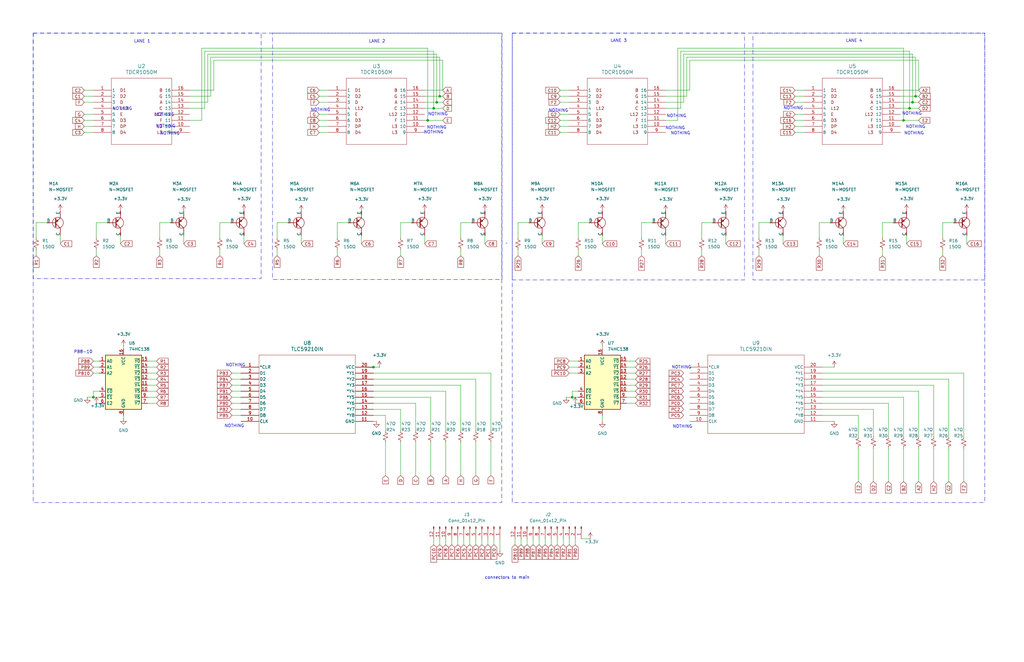
<source format=kicad_sch>
(kicad_sch (version 20231120) (generator "eeschema") (generator_version "8.0")
  (paper "B")
  (title_block (title "TIME_DISPLAYS") (date "2025-05-01"))
  (junction (at 384.81 43.18))
  (junction (at 184.15 43.18))
  (junction (at 180.34 50.8))
  (junction (at 381 50.8))
  (junction (at 241.3 167.64))
  (junction (at 39.37 167.64))
  (junction (at 157.48 154.94))
  (junction (at 386.08 40.64))
  (junction (at 182.88 45.72))
  (junction (at 383.54 45.72))
  (junction (at 185.42 40.64))
  (wire (pts (xy 184.15 22.86) (xy 184.15 43.18)))
  (wire (pts (xy 346.71 162.56) (xy 393.7 162.56)))
  (wire (pts (xy 185.42 40.64) (xy 186.69 40.64)))
  (wire (pts (xy 179.07 38.1) (xy 186.69 38.1)))
  (wire (pts (xy 204.47 99.06) (xy 204.47 102.87)))
  (wire (pts (xy 193.04 227.33) (xy 193.04 229.87)))
  (wire (pts (xy 200.66 227.33) (xy 200.66 229.87)))
  (wire (pts (xy 243.84 93.98) (xy 243.84 100.33)))
  (wire (pts (xy 386.08 40.64) (xy 387.35 40.64)))
  (wire (pts (xy 168.91 93.98) (xy 168.91 100.33)))
  (wire (pts (xy 407.67 99.06) (xy 407.67 102.87)))
  (wire (pts (xy 227.33 227.33) (xy 227.33 229.87)))
  (wire (pts (xy 175.26 170.18) (xy 157.48 170.18)))
  (wire (pts (xy 90.17 25.4) (xy 90.17 38.1)))
  (wire (pts (xy 241.3 165.1) (xy 241.3 167.64)))
  (wire (pts (xy 300.99 93.98) (xy 295.91 93.98)))
  (wire (pts (xy 400.05 203.2) (xy 400.05 189.23)))
  (wire (pts (xy 40.64 170.18) (xy 41.91 170.18)))
  (wire (pts (xy 157.48 154.94) (xy 160.02 154.94)))
  (wire (pts (xy 87.63 43.18) (xy 87.63 22.86)))
  (wire (pts (xy 384.81 22.86) (xy 384.81 43.18)))
  (wire (pts (xy 207.01 157.48) (xy 157.48 157.48)))
  (wire (pts (xy 222.25 227.33) (xy 222.25 229.87)))
  (wire (pts (xy 80.01 45.72) (xy 86.36 45.72)))
  (wire (pts (xy 168.91 107.95) (xy 168.91 105.41)))
  (wire (pts (xy 335.28 48.26) (xy 339.09 48.26)))
  (wire (pts (xy 194.31 200.66) (xy 194.31 186.69)))
  (wire (pts (xy 393.7 203.2) (xy 393.7 189.23)))
  (wire (pts (xy 368.3 189.23) (xy 368.3 203.2)))
  (wire (pts (xy 345.44 93.98) (xy 345.44 100.33)))
  (wire (pts (xy 254 99.06) (xy 254 102.87)))
  (wire (pts (xy 35.56 53.34) (xy 39.37 53.34)))
  (wire (pts (xy 381 50.8) (xy 387.35 50.8)))
  (wire (pts (xy 168.91 186.69) (xy 168.91 200.66)))
  (wire (pts (xy 288.29 22.86) (xy 384.81 22.86)))
  (wire (pts (xy 185.42 24.13) (xy 185.42 40.64)))
  (wire (pts (xy 236.22 55.88) (xy 240.03 55.88)))
  (wire (pts (xy 52.07 146.05) (xy 52.07 147.32)))
  (wire (pts (xy 397.51 107.95) (xy 397.51 105.41)))
  (wire (pts (xy 236.22 53.34) (xy 240.03 53.34)))
  (wire (pts (xy 175.26 181.61) (xy 175.26 170.18)))
  (wire (pts (xy 406.4 157.48) (xy 406.4 184.15)))
  (wire (pts (xy 236.22 40.64) (xy 240.03 40.64)))
  (wire (pts (xy 35.56 40.64) (xy 39.37 40.64)))
  (wire (pts (xy 97.79 162.56) (xy 101.6 162.56)))
  (wire (pts (xy 382.27 99.06) (xy 382.27 102.87)))
  (wire (pts (xy 134.62 38.1) (xy 138.43 38.1)))
  (wire (pts (xy 368.3 172.72) (xy 368.3 184.15)))
  (wire (pts (xy 134.62 40.64) (xy 138.43 40.64)))
  (wire (pts (xy 153.67 154.94) (xy 157.48 154.94)))
  (wire (pts (xy 97.79 160.02) (xy 101.6 160.02)))
  (wire (pts (xy 40.64 107.95) (xy 40.64 105.41)))
  (wire (pts (xy 15.24 93.98) (xy 15.24 100.33)))
  (wire (pts (xy 182.88 227.33) (xy 182.88 229.87)))
  (wire (pts (xy 97.79 93.98) (xy 92.71 93.98)))
  (wire (pts (xy 200.66 200.66) (xy 200.66 186.69)))
  (wire (pts (xy 377.19 93.98) (xy 372.11 93.98)))
  (wire (pts (xy 175.26 200.66) (xy 175.26 186.69)))
  (wire (pts (xy 223.52 93.98) (xy 218.44 93.98)))
  (wire (pts (xy 387.35 25.4) (xy 290.83 25.4)))
  (wire (pts (xy 97.79 165.1) (xy 101.6 165.1)))
  (wire (pts (xy 200.66 160.02) (xy 200.66 181.61)))
  (wire (pts (xy 351.79 177.8) (xy 346.71 177.8)))
  (wire (pts (xy 168.91 181.61) (xy 168.91 172.72)))
  (wire (pts (xy 381 20.32) (xy 381 50.8)))
  (wire (pts (xy 185.42 40.64) (xy 179.07 40.64)))
  (wire (pts (xy 295.91 107.95) (xy 295.91 105.41)))
  (wire (pts (xy 194.31 181.61) (xy 194.31 162.56)))
  (wire (pts (xy 345.44 107.95) (xy 345.44 105.41)))
  (wire (pts (xy 280.67 99.06) (xy 280.67 102.87)))
  (wire (pts (xy 386.08 24.13) (xy 386.08 40.64)))
  (wire (pts (xy 97.79 167.64) (xy 101.6 167.64)))
  (wire (pts (xy 218.44 107.95) (xy 218.44 105.41)))
  (wire (pts (xy 25.4 99.06) (xy 25.4 102.87)))
  (wire (pts (xy 80.01 40.64) (xy 88.9 40.64)))
  (wire (pts (xy 134.62 53.34) (xy 138.43 53.34)))
  (wire (pts (xy 267.97 167.64) (xy 264.16 167.64)))
  (wire (pts (xy 238.76 167.64) (xy 241.3 167.64)))
  (wire (pts (xy 267.97 160.02) (xy 264.16 160.02)))
  (wire (pts (xy 207.01 186.69) (xy 207.01 200.66)))
  (wire (pts (xy 267.97 170.18) (xy 264.16 170.18)))
  (wire (pts (xy 116.84 93.98) (xy 116.84 100.33)))
  (wire (pts (xy 181.61 181.61) (xy 181.61 167.64)))
  (wire (pts (xy 168.91 172.72) (xy 157.48 172.72)))
  (wire (pts (xy 162.56 175.26) (xy 157.48 175.26)))
  (wire (pts (xy 86.36 45.72) (xy 86.36 21.59)))
  (wire (pts (xy 320.04 93.98) (xy 320.04 100.33)))
  (wire (pts (xy 35.56 43.18) (xy 39.37 43.18)))
  (wire (pts (xy 134.62 55.88) (xy 138.43 55.88)))
  (wire (pts (xy 236.22 38.1) (xy 240.03 38.1)))
  (wire (pts (xy 195.58 227.33) (xy 195.58 229.87)))
  (wire (pts (xy 182.88 45.72) (xy 179.07 45.72)))
  (wire (pts (xy 39.37 165.1) (xy 39.37 167.64)))
  (wire (pts (xy 374.65 170.18) (xy 374.65 184.15)))
  (wire (pts (xy 187.96 165.1) (xy 157.48 165.1)))
  (wire (pts (xy 280.67 40.64) (xy 289.56 40.64)))
  (wire (pts (xy 190.5 227.33) (xy 190.5 229.87)))
  (wire (pts (xy 335.28 38.1) (xy 339.09 38.1)))
  (wire (pts (xy 346.71 165.1) (xy 387.35 165.1)))
  (wire (pts (xy 181.61 167.64) (xy 157.48 167.64)))
  (wire (pts (xy 66.04 154.94) (xy 62.23 154.94)))
  (wire (pts (xy 267.97 162.56) (xy 264.16 162.56)))
  (wire (pts (xy 387.35 203.2) (xy 387.35 189.23)))
  (wire (pts (xy 346.71 172.72) (xy 368.3 172.72)))
  (wire (pts (xy 39.37 157.48) (xy 41.91 157.48)))
  (wire (pts (xy 134.62 43.18) (xy 138.43 43.18)))
  (wire (pts (xy 350.52 93.98) (xy 345.44 93.98)))
  (wire (pts (xy 217.17 227.33) (xy 217.17 229.87)))
  (wire (pts (xy 397.51 93.98) (xy 397.51 100.33)))
  (wire (pts (xy 267.97 154.94) (xy 264.16 154.94)))
  (wire (pts (xy 92.71 107.95) (xy 92.71 105.41)))
  (wire (pts (xy 361.95 189.23) (xy 361.95 203.2)))
  (wire (pts (xy 87.63 22.86) (xy 184.15 22.86)))
  (wire (pts (xy 267.97 152.4) (xy 264.16 152.4)))
  (wire (pts (xy 187.96 227.33) (xy 187.96 229.87)))
  (wire (pts (xy 241.3 167.64) (xy 243.84 167.64)))
  (wire (pts (xy 330.2 99.06) (xy 330.2 102.87)))
  (wire (pts (xy 234.95 227.33) (xy 234.95 229.87)))
  (wire (pts (xy 179.07 99.06) (xy 179.07 102.87)))
  (wire (pts (xy 35.56 48.26) (xy 39.37 48.26)))
  (wire (pts (xy 210.82 232.41) (xy 210.82 227.33)))
  (wire (pts (xy 384.81 43.18) (xy 379.73 43.18)))
  (wire (pts (xy 35.56 38.1) (xy 39.37 38.1)))
  (wire (pts (xy 383.54 21.59) (xy 383.54 45.72)))
  (wire (pts (xy 20.32 93.98) (xy 15.24 93.98)))
  (wire (pts (xy 285.75 20.32) (xy 381 20.32)))
  (wire (pts (xy 295.91 93.98) (xy 295.91 100.33)))
  (wire (pts (xy 372.11 93.98) (xy 372.11 100.33)))
  (wire (pts (xy 85.09 50.8) (xy 85.09 20.32)))
  (wire (pts (xy 66.04 162.56) (xy 62.23 162.56)))
  (wire (pts (xy 152.4 99.06) (xy 152.4 102.87)))
  (wire (pts (xy 80.01 43.18) (xy 87.63 43.18)))
  (wire (pts (xy 346.71 167.64) (xy 381 167.64)))
  (wire (pts (xy 66.04 165.1) (xy 62.23 165.1)))
  (wire (pts (xy 346.71 154.94) (xy 351.79 154.94)))
  (wire (pts (xy 198.12 227.33) (xy 198.12 229.87)))
  (wire (pts (xy 72.39 93.98) (xy 67.31 93.98)))
  (wire (pts (xy 240.03 154.94) (xy 243.84 154.94)))
  (wire (pts (xy 248.92 227.33) (xy 245.11 227.33)))
  (wire (pts (xy 287.02 45.72) (xy 287.02 21.59)))
  (wire (pts (xy 384.81 43.18) (xy 387.35 43.18)))
  (wire (pts (xy 335.28 53.34) (xy 339.09 53.34)))
  (wire (pts (xy 88.9 24.13) (xy 185.42 24.13)))
  (wire (pts (xy 372.11 107.95) (xy 372.11 105.41)))
  (wire (pts (xy 142.24 93.98) (xy 142.24 100.33)))
  (polyline (pts (xy 213.614 102.616) (xy 213.868 102.616)))
  (wire (pts (xy 355.6 99.06) (xy 355.6 102.87)))
  (wire (pts (xy 270.51 107.95) (xy 270.51 105.41)))
  (wire (pts (xy 267.97 157.48) (xy 264.16 157.48)))
  (wire (pts (xy 346.71 160.02) (xy 400.05 160.02)))
  (wire (pts (xy 88.9 40.64) (xy 88.9 24.13)))
  (wire (pts (xy 180.34 50.8) (xy 186.69 50.8)))
  (wire (pts (xy 85.09 20.32) (xy 180.34 20.32)))
  (wire (pts (xy 194.31 93.98) (xy 194.31 100.33)))
  (wire (pts (xy 66.04 160.02) (xy 62.23 160.02)))
  (wire (pts (xy 400.05 160.02) (xy 400.05 184.15)))
  (wire (pts (xy 67.31 93.98) (xy 67.31 100.33)))
  (wire (pts (xy 306.07 99.06) (xy 306.07 102.87)))
  (wire (pts (xy 270.51 93.98) (xy 270.51 100.33)))
  (wire (pts (xy 243.84 165.1) (xy 241.3 165.1)))
  (wire (pts (xy 229.87 227.33) (xy 229.87 229.87)))
  (wire (pts (xy 218.44 93.98) (xy 218.44 100.33)))
  (wire (pts (xy 335.28 50.8) (xy 339.09 50.8)))
  (wire (pts (xy 280.67 43.18) (xy 288.29 43.18)))
  (wire (pts (xy 186.69 25.4) (xy 186.69 38.1)))
  (wire (pts (xy 66.04 157.48) (xy 62.23 157.48)))
  (wire (pts (xy 39.37 154.94) (xy 41.91 154.94)))
  (wire (pts (xy 393.7 162.56) (xy 393.7 184.15)))
  (wire (pts (xy 173.99 93.98) (xy 168.91 93.98)))
  (wire (pts (xy 184.15 43.18) (xy 186.69 43.18)))
  (wire (pts (xy 39.37 152.4) (xy 41.91 152.4)))
  (wire (pts (xy 199.39 93.98) (xy 194.31 93.98)))
  (wire (pts (xy 86.36 21.59) (xy 182.88 21.59)))
  (wire (pts (xy 243.84 107.95) (xy 243.84 105.41)))
  (wire (pts (xy 116.84 107.95) (xy 116.84 105.41)))
  (wire (pts (xy 320.04 107.95) (xy 320.04 105.41)))
  (wire (pts (xy 180.34 20.32) (xy 180.34 50.8)))
  (wire (pts (xy 346.71 170.18) (xy 374.65 170.18)))
  (wire (pts (xy 102.87 99.06) (xy 102.87 102.87)))
  (wire (pts (xy 134.62 50.8) (xy 138.43 50.8)))
  (wire (pts (xy 275.59 93.98) (xy 270.51 93.98)))
  (wire (pts (xy 182.88 21.59) (xy 182.88 45.72)))
  (wire (pts (xy 346.71 157.48) (xy 406.4 157.48)))
  (wire (pts (xy 77.47 99.06) (xy 77.47 102.87)))
  (wire (pts (xy 254 177.8) (xy 254 175.26)))
  (wire (pts (xy 35.56 55.88) (xy 39.37 55.88)))
  (wire (pts (xy 142.24 107.95) (xy 142.24 105.41)))
  (wire (pts (xy 97.79 172.72) (xy 101.6 172.72)))
  (wire (pts (xy 285.75 50.8) (xy 285.75 20.32)))
  (wire (pts (xy 406.4 189.23) (xy 406.4 203.2)))
  (wire (pts (xy 52.07 176.53) (xy 52.07 175.26)))
  (wire (pts (xy 287.02 21.59) (xy 383.54 21.59)))
  (wire (pts (xy 66.04 152.4) (xy 62.23 152.4)))
  (wire (pts (xy 224.79 227.33) (xy 224.79 229.87)))
  (wire (pts (xy 361.95 175.26) (xy 361.95 184.15)))
  (wire (pts (xy 41.91 165.1) (xy 39.37 165.1)))
  (wire (pts (xy 237.49 227.33) (xy 237.49 229.87)))
  (wire (pts (xy 67.31 107.95) (xy 67.31 105.41)))
  (wire (pts (xy 50.8 99.06) (xy 50.8 102.87)))
  (wire (pts (xy 35.56 50.8) (xy 39.37 50.8)))
  (wire (pts (xy 379.73 38.1) (xy 387.35 38.1)))
  (wire (pts (xy 180.34 50.8) (xy 179.07 50.8)))
  (wire (pts (xy 181.61 200.66) (xy 181.61 186.69)))
  (wire (pts (xy 242.57 170.18) (xy 243.84 170.18)))
  (polyline (pts (xy 213.36 102.616) (xy 213.614 102.616)))
  (wire (pts (xy 288.29 43.18) (xy 288.29 22.86)))
  (wire (pts (xy 381 203.2) (xy 381 189.23)))
  (wire (pts (xy 290.83 25.4) (xy 290.83 38.1)))
  (wire (pts (xy 242.57 227.33) (xy 242.57 229.87)))
  (wire (pts (xy 162.56 181.61) (xy 162.56 175.26)))
  (wire (pts (xy 185.42 227.33) (xy 185.42 229.87)))
  (wire (pts (xy 386.08 40.64) (xy 379.73 40.64)))
  (wire (pts (xy 36.83 167.64) (xy 39.37 167.64)))
  (wire (pts (xy 184.15 43.18) (xy 179.07 43.18)))
  (wire (pts (xy 40.64 93.98) (xy 40.64 100.33)))
  (wire (pts (xy 186.69 25.4) (xy 90.17 25.4)))
  (wire (pts (xy 194.31 162.56) (xy 157.48 162.56)))
  (wire (pts (xy 381 50.8) (xy 379.73 50.8)))
  (wire (pts (xy 66.04 170.18) (xy 62.23 170.18)))
  (wire (pts (xy 97.79 170.18) (xy 101.6 170.18)))
  (wire (pts (xy 240.03 227.33) (xy 240.03 229.87)))
  (wire (pts (xy 66.04 167.64) (xy 62.23 167.64)))
  (wire (pts (xy 207.01 181.61) (xy 207.01 157.48)))
  (wire (pts (xy 90.17 38.1) (xy 80.01 38.1)))
  (wire (pts (xy 325.12 93.98) (xy 320.04 93.98)))
  (wire (pts (xy 187.96 200.66) (xy 187.96 186.69)))
  (wire (pts (xy 289.56 24.13) (xy 386.08 24.13)))
  (wire (pts (xy 240.03 152.4) (xy 243.84 152.4)))
  (wire (pts (xy 134.62 48.26) (xy 138.43 48.26)))
  (wire (pts (xy 147.32 93.98) (xy 142.24 93.98)))
  (wire (pts (xy 402.59 93.98) (xy 397.51 93.98)))
  (wire (pts (xy 203.2 227.33) (xy 203.2 229.87)))
  (wire (pts (xy 236.22 43.18) (xy 240.03 43.18)))
  (wire (pts (xy 92.71 93.98) (xy 92.71 100.33)))
  (wire (pts (xy 232.41 227.33) (xy 232.41 229.87)))
  (wire (pts (xy 208.28 227.33) (xy 208.28 229.87)))
  (wire (pts (xy 289.56 40.64) (xy 289.56 24.13)))
  (wire (pts (xy 280.67 45.72) (xy 287.02 45.72)))
  (wire (pts (xy 187.96 181.61) (xy 187.96 165.1)))
  (wire (pts (xy 157.48 160.02) (xy 200.66 160.02)))
  (wire (pts (xy 39.37 167.64) (xy 41.91 167.64)))
  (wire (pts (xy 228.6 99.06) (xy 228.6 102.87)))
  (wire (pts (xy 194.31 107.95) (xy 194.31 105.41)))
  (wire (pts (xy 162.56 186.69) (xy 162.56 200.66)))
  (wire (pts (xy 290.83 38.1) (xy 280.67 38.1)))
  (wire (pts (xy 387.35 165.1) (xy 387.35 184.15)))
  (wire (pts (xy 80.01 50.8) (xy 85.09 50.8)))
  (wire (pts (xy 236.22 50.8) (xy 240.03 50.8)))
  (wire (pts (xy 236.22 48.26) (xy 240.03 48.26)))
  (wire (pts (xy 205.74 227.33) (xy 205.74 229.87)))
  (wire (pts (xy 127 99.06) (xy 127 102.87)))
  (wire (pts (xy 158.75 177.8) (xy 157.48 177.8)))
  (wire (pts (xy 240.03 157.48) (xy 243.84 157.48)))
  (wire (pts (xy 381 167.64) (xy 381 184.15)))
  (wire (pts (xy 182.88 45.72) (xy 186.69 45.72)))
  (wire (pts (xy 219.71 227.33) (xy 219.71 229.87)))
  (wire (pts (xy 383.54 45.72) (xy 387.35 45.72)))
  (wire (pts (xy 248.92 93.98) (xy 243.84 93.98)))
  (wire (pts (xy 387.35 25.4) (xy 387.35 38.1)))
  (wire (pts (xy 280.67 50.8) (xy 285.75 50.8)))
  (wire (pts (xy 335.28 40.64) (xy 339.09 40.64)))
  (wire (pts (xy 267.97 165.1) (xy 264.16 165.1)))
  (wire (pts (xy 335.28 55.88) (xy 339.09 55.88)))
  (wire (pts (xy 121.92 93.98) (xy 116.84 93.98)))
  (wire (pts (xy 383.54 45.72) (xy 379.73 45.72)))
  (wire (pts (xy 254 146.05) (xy 254 147.32)))
  (wire (pts (xy 15.24 107.95) (xy 15.24 105.41)))
  (wire (pts (xy 346.71 175.26) (xy 361.95 175.26)))
  (wire (pts (xy 45.72 93.98) (xy 40.64 93.98)))
  (wire (pts (xy 97.79 157.48) (xy 101.6 157.48)))
  (wire (pts (xy 374.65 203.2) (xy 374.65 189.23)))
  (wire (pts (xy 97.79 175.26) (xy 101.6 175.26)))
  (wire (pts (xy 335.28 43.18) (xy 339.09 43.18)))
  (rectangle (start 215.9772 13.97) (end 313.944 118.11) (stroke (width 0) (type dash_dot)))
  (rectangle (start 215.9772 13.97) (end 415.2405 212.09) (stroke (width 0) (type dash_dot)))
  (rectangle (start 13.97 13.97) (end 211.5795 212.09) (stroke (width 0) (type dash_dot)))
  (rectangle (start 317.5 13.97) (end 415.29 118.11) (stroke (width 0) (type dash_dot)))
  (rectangle (start 13.9808 13.9698) (end 110.0986 117.6019) (stroke (width 0) (type dash_dot)))
  (rectangle (start 114.913 13.97) (end 211.687 117.9591) (stroke (width 0) (type dash_dot)))
  (text "NOTHING" (at 184.658 48.26 0) (effects (font (size 1.27 1.27))))
  (text "NOTHING" (at 384.556 48.006 0) (effects (font (size 1.27 1.27))))
  (text "LANE 1" (at 59.944 17.526 0) (effects (font (size 1.27 1.27))))
  (text "NOTHING" (at 71.628 56.388 0) (effects (font (size 1.27 1.27))))
  (text "LANE 2" (at 159.004 17.526 0) (effects (font (size 1.27 1.27))))
  (text "LANE 3" (at 260.858 17.272 0) (effects (font (size 1.27 1.27))))
  (text "NOTHING" (at 69.85 53.34 0) (effects (font (size 1.27 1.27))))
  (text "NOTHING" (at 51.562 45.974 0) (effects (font (size 1.27 1.27))))
  (text "NOTHING" (at 334.518 45.72 0) (effects (font (size 1.27 1.27))))
  (text "NOTHING" (at 287.782 180.086 0) (effects (font (size 1.27 1.27))))
  (text "NOTHING" (at 386.08 53.594 0) (effects (font (size 1.27 1.27))))
  (text "NOTHING" (at 284.734 54.102 0) (effects (font (size 1.27 1.27))))
  (text "NOTHING" (at 135.128 46.482 0) (effects (font (size 1.27 1.27))))
  (text "NOTHING" (at 287.3967 155.081 0) (effects (font (size 1.27 1.27))))
  (text "NOTHING" (at 286.9407 56.2901 0) (effects (font (size 1.27 1.27))))
  (text "NOTHING" (at 385.4277 56.2901 0) (effects (font (size 1.27 1.27))))
  (text "NOTHING" (at 69.342 48.514 0) (effects (font (size 1.27 1.27))))
  (text "NOTHING" (at 182.88 55.88 0) (effects (font (size 1.27 1.27))))
  (text "NOTHING" (at 184.15 53.848 0) (effects (font (size 1.27 1.27))))
  (text "connectors to main" (at 213.868 243.84 0) (effects (font (size 1.27 1.27))))
  (text "PB8-10\n" (at 35.052 148.59 0) (effects (font (size 1.27 1.27))))
  (text "NOTHING" (at 285.242 49.022 0) (effects (font (size 1.27 1.27))))
  (text "NOTHING\n" (at 98.806 179.832 0) (effects (font (size 1.27 1.27))))
  (text "NOTHING" (at 235.458 46.736 0) (effects (font (size 1.27 1.27))))
  (text "LANE 4" (at 360.172 17.272 0) (effects (font (size 1.27 1.27))))
  (text "NOTHING\n" (at 99.314 154.178 0) (effects (font (size 1.27 1.27))))
  (global_label "R6" (shape input) (at 142.24 107.95 270) (property "Intersheetrefs" "${INTERSHEET_REFS}" (effects (hide yes))))
  (global_label "PB1" (shape input) (at 240.03 229.87 270) (property "Intersheetrefs" "${INTERSHEET_REFS}" (effects (hide yes))))
  (global_label "C10" (shape input) (at 254 102.87 0) (property "Intersheetrefs" "${INTERSHEET_REFS}" (effects (hide yes))))
  (global_label "G2" (shape input) (at 335.28 48.26 180) (property "Intersheetrefs" "${INTERSHEET_REFS}" (effects (hide yes))))
  (global_label "F" (shape input) (at 35.56 43.18 180) (property "Intersheetrefs" "${INTERSHEET_REFS}" (effects (hide yes))))
  (global_label "R1" (shape input) (at 66.04 152.4 0) (property "Intersheetrefs" "${INTERSHEET_REFS}" (effects (hide yes))))
  (global_label "PB6" (shape input) (at 97.79 167.64 180) (property "Intersheetrefs" "${INTERSHEET_REFS}" (effects (hide yes))))
  (global_label "PC8" (shape input) (at 240.03 152.4 180) (property "Intersheetrefs" "${INTERSHEET_REFS}" (effects (hide yes))))
  (global_label "PB8" (shape input) (at 222.25 229.87 270) (property "Intersheetrefs" "${INTERSHEET_REFS}" (effects (hide yes))))
  (global_label "C14" (shape input) (at 355.6 102.87 0) (property "Intersheetrefs" "${INTERSHEET_REFS}" (effects (hide yes))))
  (global_label "H2" (shape input) (at 335.28 53.34 180) (property "Intersheetrefs" "${INTERSHEET_REFS}" (effects (hide yes))))
  (global_label "PC3" (shape input) (at 288.29 157.48 180) (property "Intersheetrefs" "${INTERSHEET_REFS}" (effects (hide yes))))
  (global_label "R30" (shape input) (at 345.44 107.95 270) (property "Intersheetrefs" "${INTERSHEET_REFS}" (effects (hide yes))))
  (global_label "F" (shape input) (at 134.62 43.18 180) (property "Intersheetrefs" "${INTERSHEET_REFS}" (effects (hide yes))))
  (global_label "C2" (shape input) (at 35.56 38.1 180) (property "Intersheetrefs" "${INTERSHEET_REFS}" (effects (hide yes))))
  (global_label "R25" (shape input) (at 267.97 152.4 0) (property "Intersheetrefs" "${INTERSHEET_REFS}" (effects (hide yes))))
  (global_label "PC7" (shape input) (at 288.29 162.56 180) (property "Intersheetrefs" "${INTERSHEET_REFS}" (effects (hide yes))))
  (global_label "B2" (shape input) (at 387.35 40.64 0) (property "Intersheetrefs" "${INTERSHEET_REFS}" (effects (hide yes))))
  (global_label "PB5" (shape input) (at 97.79 175.26 180) (property "Intersheetrefs" "${INTERSHEET_REFS}" (effects (hide yes))))
  (global_label "PC4" (shape input) (at 198.12 229.87 270) (property "Intersheetrefs" "${INTERSHEET_REFS}" (effects (hide yes))))
  (global_label "H" (shape input) (at 134.62 53.34 180) (property "Intersheetrefs" "${INTERSHEET_REFS}" (effects (hide yes))))
  (global_label "R32" (shape input) (at 267.97 170.18 0) (property "Intersheetrefs" "${INTERSHEET_REFS}" (effects (hide yes))))
  (global_label "PC2" (shape input) (at 203.2 229.87 270) (property "Intersheetrefs" "${INTERSHEET_REFS}" (effects (hide yes))))
  (global_label "PC6" (shape input) (at 193.04 229.87 270) (property "Intersheetrefs" "${INTERSHEET_REFS}" (effects (hide yes))))
  (global_label "PB7" (shape input) (at 97.79 162.56 180) (property "Intersheetrefs" "${INTERSHEET_REFS}" (effects (hide yes))))
  (global_label "R25" (shape input) (at 218.44 107.95 270) (property "Intersheetrefs" "${INTERSHEET_REFS}" (effects (hide yes))))
  (global_label "PC9" (shape input) (at 185.42 229.87 270) (property "Intersheetrefs" "${INTERSHEET_REFS}" (effects (hide yes))))
  (global_label "PC2" (shape input) (at 288.29 172.72 180) (property "Intersheetrefs" "${INTERSHEET_REFS}" (effects (hide yes))))
  (global_label "R1" (shape input) (at 15.24 107.95 270) (property "Intersheetrefs" "${INTERSHEET_REFS}" (effects (hide yes))))
  (global_label "C8" (shape input) (at 204.47 102.87 0) (property "Intersheetrefs" "${INTERSHEET_REFS}" (effects (hide yes))))
  (global_label "PC4" (shape input) (at 288.29 160.02 180) (property "Intersheetrefs" "${INTERSHEET_REFS}" (effects (hide yes))))
  (global_label "PB10" (shape input) (at 217.17 229.87 270) (property "Intersheetrefs" "${INTERSHEET_REFS}" (effects (hide yes))))
  (global_label "PB0" (shape input) (at 97.79 170.18 180) (property "Intersheetrefs" "${INTERSHEET_REFS}" (effects (hide yes))))
  (global_label "C2" (shape input) (at 374.65 203.2 270) (property "Intersheetrefs" "${INTERSHEET_REFS}" (effects (hide yes))))
  (global_label "E2" (shape input) (at 361.95 203.2 270) (property "Intersheetrefs" "${INTERSHEET_REFS}" (effects (hide yes))))
  (global_label "PB9" (shape input) (at 219.71 229.87 270) (property "Intersheetrefs" "${INTERSHEET_REFS}" (effects (hide yes))))
  (global_label "PB4" (shape input) (at 232.41 229.87 270) (property "Intersheetrefs" "${INTERSHEET_REFS}" (effects (hide yes))))
  (global_label "C6" (shape input) (at 134.62 38.1 180) (property "Intersheetrefs" "${INTERSHEET_REFS}" (effects (hide yes))))
  (global_label "C2" (shape input) (at 387.35 43.18 0) (property "Intersheetrefs" "${INTERSHEET_REFS}" (effects (hide yes))))
  (global_label "B" (shape input) (at 186.69 40.64 0) (property "Intersheetrefs" "${INTERSHEET_REFS}" (effects (hide yes))))
  (global_label "PC9" (shape input) (at 240.03 154.94 180) (property "Intersheetrefs" "${INTERSHEET_REFS}" (effects (hide yes))))
  (global_label "C5" (shape input) (at 134.62 40.64 180) (property "Intersheetrefs" "${INTERSHEET_REFS}" (effects (hide yes))))
  (global_label "C12" (shape input) (at 306.07 102.87 0) (property "Intersheetrefs" "${INTERSHEET_REFS}" (effects (hide yes))))
  (global_label "PB7" (shape input) (at 224.79 229.87 270) (property "Intersheetrefs" "${INTERSHEET_REFS}" (effects (hide yes))))
  (global_label "PB4" (shape input) (at 97.79 160.02 180) (property "Intersheetrefs" "${INTERSHEET_REFS}" (effects (hide yes))))
  (global_label "R4" (shape input) (at 66.04 160.02 0) (property "Intersheetrefs" "${INTERSHEET_REFS}" (effects (hide yes))))
  (global_label "R27" (shape input) (at 270.51 107.95 270) (property "Intersheetrefs" "${INTERSHEET_REFS}" (effects (hide yes))))
  (global_label "H" (shape input) (at 194.31 200.66 270) (property "Intersheetrefs" "${INTERSHEET_REFS}" (effects (hide yes))))
  (global_label "PC8" (shape input) (at 187.96 229.87 270) (property "Intersheetrefs" "${INTERSHEET_REFS}" (effects (hide yes))))
  (global_label "R30" (shape input) (at 267.97 165.1 0) (property "Intersheetrefs" "${INTERSHEET_REFS}" (effects (hide yes))))
  (global_label "R32" (shape input) (at 397.51 107.95 270) (property "Intersheetrefs" "${INTERSHEET_REFS}" (effects (hide yes))))
  (global_label "F2" (shape input) (at 406.4 203.2 270) (property "Intersheetrefs" "${INTERSHEET_REFS}" (effects (hide yes))))
  (global_label "C15" (shape input) (at 382.27 102.87 0) (property "Intersheetrefs" "${INTERSHEET_REFS}" (effects (hide yes))))
  (global_label "A" (shape input) (at 186.69 38.1 0) (property "Intersheetrefs" "${INTERSHEET_REFS}" (effects (hide yes))))
  (global_label "D" (shape input) (at 186.69 45.72 0) (property "Intersheetrefs" "${INTERSHEET_REFS}" (effects (hide yes))))
  (global_label "C13" (shape input) (at 330.2 102.87 0) (property "Intersheetrefs" "${INTERSHEET_REFS}" (effects (hide yes))))
  (global_label "C8" (shape input) (at 134.62 50.8 180) (property "Intersheetrefs" "${INTERSHEET_REFS}" (effects (hide yes))))
  (global_label "C13" (shape input) (at 335.28 40.64 180) (property "Intersheetrefs" "${INTERSHEET_REFS}" (effects (hide yes))))
  (global_label "PC5" (shape input) (at 195.58 229.87 270) (property "Intersheetrefs" "${INTERSHEET_REFS}" (effects (hide yes))))
  (global_label "PC0" (shape input) (at 208.28 229.87 270) (property "Intersheetrefs" "${INTERSHEET_REFS}" (effects (hide yes))))
  (global_label "PC5" (shape input) (at 288.29 175.26 180) (property "Intersheetrefs" "${INTERSHEET_REFS}" (effects (hide yes))))
  (global_label "PB1" (shape input) (at 97.79 165.1 180) (property "Intersheetrefs" "${INTERSHEET_REFS}" (effects (hide yes))))
  (global_label "C1" (shape input) (at 35.56 40.64 180) (property "Intersheetrefs" "${INTERSHEET_REFS}" (effects (hide yes))))
  (global_label "PB3" (shape input) (at 234.95 229.87 270) (property "Intersheetrefs" "${INTERSHEET_REFS}" (effects (hide yes))))
  (global_label "C" (shape input) (at 175.26 200.66 270) (property "Intersheetrefs" "${INTERSHEET_REFS}" (effects (hide yes))))
  (global_label "R28" (shape input) (at 295.91 107.95 270) (property "Intersheetrefs" "${INTERSHEET_REFS}" (effects (hide yes))))
  (global_label "C6" (shape input) (at 152.4 102.87 0) (property "Intersheetrefs" "${INTERSHEET_REFS}" (effects (hide yes))))
  (global_label "H2" (shape input) (at 236.22 53.34 180) (property "Intersheetrefs" "${INTERSHEET_REFS}" (effects (hide yes))))
  (global_label "H" (shape input) (at 35.56 53.34 180) (property "Intersheetrefs" "${INTERSHEET_REFS}" (effects (hide yes))))
  (global_label "R8" (shape input) (at 194.31 107.95 270) (property "Intersheetrefs" "${INTERSHEET_REFS}" (effects (hide yes))))
  (global_label "C3" (shape input) (at 77.47 102.87 0) (property "Intersheetrefs" "${INTERSHEET_REFS}" (effects (hide yes))))
  (global_label "PC10" (shape input) (at 240.03 157.48 180) (property "Intersheetrefs" "${INTERSHEET_REFS}" (effects (hide yes))))
  (global_label "R27" (shape input) (at 267.97 157.48 0) (property "Intersheetrefs" "${INTERSHEET_REFS}" (effects (hide yes))))
  (global_label "C4" (shape input) (at 102.87 102.87 0) (property "Intersheetrefs" "${INTERSHEET_REFS}" (effects (hide yes))))
  (global_label "G2" (shape input) (at 400.05 203.2 270) (property "Intersheetrefs" "${INTERSHEET_REFS}" (effects (hide yes))))
  (global_label "C9" (shape input) (at 236.22 40.64 180) (property "Intersheetrefs" "${INTERSHEET_REFS}" (effects (hide yes))))
  (global_label "R7" (shape input) (at 66.04 167.64 0) (property "Intersheetrefs" "${INTERSHEET_REFS}" (effects (hide yes))))
  (global_label "B" (shape input) (at 181.61 200.66 270) (property "Intersheetrefs" "${INTERSHEET_REFS}" (effects (hide yes))))
  (global_label "D2" (shape input) (at 368.3 203.2 270) (property "Intersheetrefs" "${INTERSHEET_REFS}" (effects (hide yes))))
  (global_label "PC6" (shape input) (at 288.29 167.64 180) (property "Intersheetrefs" "${INTERSHEET_REFS}" (effects (hide yes))))
  (global_label "R5" (shape input) (at 66.04 162.56 0) (property "Intersheetrefs" "${INTERSHEET_REFS}" (effects (hide yes))))
  (global_label "C12" (shape input) (at 236.22 50.8 180) (property "Intersheetrefs" "${INTERSHEET_REFS}" (effects (hide yes))))
  (global_label "C7" (shape input) (at 179.07 102.87 0) (property "Intersheetrefs" "${INTERSHEET_REFS}" (effects (hide yes))))
  (global_label "PB9" (shape input) (at 39.37 154.94 180) (property "Intersheetrefs" "${INTERSHEET_REFS}" (effects (hide yes))))
  (global_label "E2" (shape input) (at 387.35 50.8 0) (property "Intersheetrefs" "${INTERSHEET_REFS}" (effects (hide yes))))
  (global_label "C3" (shape input) (at 35.56 55.88 180) (property "Intersheetrefs" "${INTERSHEET_REFS}" (effects (hide yes))))
  (global_label "C16" (shape input) (at 335.28 50.8 180) (property "Intersheetrefs" "${INTERSHEET_REFS}" (effects (hide yes))))
  (global_label "F2" (shape input) (at 236.22 43.18 180) (property "Intersheetrefs" "${INTERSHEET_REFS}" (effects (hide yes))))
  (global_label "R6" (shape input) (at 66.04 165.1 0) (property "Intersheetrefs" "${INTERSHEET_REFS}" (effects (hide yes))))
  (global_label "G" (shape input) (at 134.62 48.26 180) (property "Intersheetrefs" "${INTERSHEET_REFS}" (effects (hide yes))))
  (global_label "PC1" (shape input) (at 205.74 229.87 270) (property "Intersheetrefs" "${INTERSHEET_REFS}" (effects (hide yes))))
  (global_label "PC10" (shape input) (at 182.88 229.87 270) (property "Intersheetrefs" "${INTERSHEET_REFS}" (effects (hide yes))))
  (global_label "R31" (shape input) (at 372.11 107.95 270) (property "Intersheetrefs" "${INTERSHEET_REFS}" (effects (hide yes))))
  (global_label "C11" (shape input) (at 280.67 102.87 0) (property "Intersheetrefs" "${INTERSHEET_REFS}" (effects (hide yes))))
  (global_label "R3" (shape input) (at 67.31 107.95 270) (property "Intersheetrefs" "${INTERSHEET_REFS}" (effects (hide yes))))
  (global_label "G" (shape input) (at 200.66 200.66 270) (property "Intersheetrefs" "${INTERSHEET_REFS}" (effects (hide yes))))
  (global_label "R8" (shape input) (at 66.04 170.18 0) (property "Intersheetrefs" "${INTERSHEET_REFS}" (effects (hide yes))))
  (global_label "R26" (shape input) (at 243.84 107.95 270) (property "Intersheetrefs" "${INTERSHEET_REFS}" (effects (hide yes))))
  (global_label "A2" (shape input) (at 387.35 38.1 0) (property "Intersheetrefs" "${INTERSHEET_REFS}" (effects (hide yes))))
  (global_label "C15" (shape input) (at 335.28 55.88 180) (property "Intersheetrefs" "${INTERSHEET_REFS}" (effects (hide yes))))
  (global_label "C11" (shape input) (at 236.22 55.88 180) (property "Intersheetrefs" "${INTERSHEET_REFS}" (effects (hide yes))))
  (global_label "E" (shape input) (at 186.69 50.8 0) (property "Intersheetrefs" "${INTERSHEET_REFS}" (effects (hide yes))))
  (global_label "F2" (shape input) (at 335.28 43.18 180) (property "Intersheetrefs" "${INTERSHEET_REFS}" (effects (hide yes))))
  (global_label "R29" (shape input) (at 320.04 107.95 270) (property "Intersheetrefs" "${INTERSHEET_REFS}" (effects (hide yes))))
  (global_label "PB0" (shape input) (at 242.57 229.87 270) (property "Intersheetrefs" "${INTERSHEET_REFS}" (effects (hide yes))))
  (global_label "A" (shape input) (at 187.96 200.66 270) (property "Intersheetrefs" "${INTERSHEET_REFS}" (effects (hide yes))))
  (global_label "R2" (shape input) (at 66.04 154.94 0) (property "Intersheetrefs" "${INTERSHEET_REFS}" (effects (hide yes))))
  (global_label "PC0" (shape input) (at 288.29 170.18 180) (property "Intersheetrefs" "${INTERSHEET_REFS}" (effects (hide yes))))
  (global_label "D2" (shape input) (at 387.35 45.72 0) (property "Intersheetrefs" "${INTERSHEET_REFS}" (effects (hide yes))))
  (global_label "PB3" (shape input) (at 97.79 157.48 180) (property "Intersheetrefs" "${INTERSHEET_REFS}" (effects (hide yes))))
  (global_label "PB8" (shape input) (at 39.37 152.4 180) (property "Intersheetrefs" "${INTERSHEET_REFS}" (effects (hide yes))))
  (global_label "PB2" (shape input) (at 237.49 229.87 270) (property "Intersheetrefs" "${INTERSHEET_REFS}" (effects (hide yes))))
  (global_label "R7" (shape input) (at 168.91 107.95 270) (property "Intersheetrefs" "${INTERSHEET_REFS}" (effects (hide yes))))
  (global_label "R26" (shape input) (at 267.97 154.94 0) (property "Intersheetrefs" "${INTERSHEET_REFS}" (effects (hide yes))))
  (global_label "R4" (shape input) (at 92.71 107.95 270) (property "Intersheetrefs" "${INTERSHEET_REFS}" (effects (hide yes))))
  (global_label "F" (shape input) (at 207.01 200.66 270) (property "Intersheetrefs" "${INTERSHEET_REFS}" (effects (hide yes))))
  (global_label "R28" (shape input) (at 267.97 160.02 0) (property "Intersheetrefs" "${INTERSHEET_REFS}" (effects (hide yes))))
  (global_label "PB6" (shape input) (at 227.33 229.87 270) (property "Intersheetrefs" "${INTERSHEET_REFS}" (effects (hide yes))))
  (global_label "G" (shape input) (at 35.56 48.26 180) (property "Intersheetrefs" "${INTERSHEET_REFS}" (effects (hide yes))))
  (global_label "R3" (shape input) (at 66.04 157.48 0) (property "Intersheetrefs" "${INTERSHEET_REFS}" (effects (hide yes))))
  (global_label "R5" (shape input) (at 116.84 107.95 270) (property "Intersheetrefs" "${INTERSHEET_REFS}" (effects (hide yes))))
  (global_label "C14" (shape input) (at 335.28 38.1 180) (property "Intersheetrefs" "${INTERSHEET_REFS}" (effects (hide yes))))
  (global_label "C16" (shape input) (at 407.67 102.87 0) (property "Intersheetrefs" "${INTERSHEET_REFS}" (effects (hide yes))))
  (global_label "H2" (shape input) (at 393.7 203.2 270) (property "Intersheetrefs" "${INTERSHEET_REFS}" (effects (hide yes))))
  (global_label "C9" (shape input) (at 228.6 102.87 0) (property "Intersheetrefs" "${INTERSHEET_REFS}" (effects (hide yes))))
  (global_label "C5" (shape input) (at 127 102.87 0) (property "Intersheetrefs" "${INTERSHEET_REFS}" (effects (hide yes))))
  (global_label "G2" (shape input) (at 236.22 48.26 180) (property "Intersheetrefs" "${INTERSHEET_REFS}" (effects (hide yes))))
  (global_label "C10" (shape input) (at 236.22 38.1 180) (property "Intersheetrefs" "${INTERSHEET_REFS}" (effects (hide yes))))
  (global_label "C" (shape input) (at 186.69 43.18 0) (property "Intersheetrefs" "${INTERSHEET_REFS}" (effects (hide yes))))
  (global_label "C7" (shape input) (at 134.62 55.88 180) (property "Intersheetrefs" "${INTERSHEET_REFS}" (effects (hide yes))))
  (global_label "PC1" (shape input) (at 288.29 165.1 180) (property "Intersheetrefs" "${INTERSHEET_REFS}" (effects (hide yes))))
  (global_label "C4" (shape input) (at 35.56 50.8 180) (property "Intersheetrefs" "${INTERSHEET_REFS}" (effects (hide yes))))
  (global_label "D" (shape input) (at 168.91 200.66 270) (property "Intersheetrefs" "${INTERSHEET_REFS}" (effects (hide yes))))
  (global_label "R29" (shape input) (at 267.97 162.56 0) (property "Intersheetrefs" "${INTERSHEET_REFS}" (effects (hide yes))))
  (global_label "R31" (shape input) (at 267.97 167.64 0) (property "Intersheetrefs" "${INTERSHEET_REFS}" (effects (hide yes))))
  (global_label "A2" (shape input) (at 387.35 203.2 270) (property "Intersheetrefs" "${INTERSHEET_REFS}" (effects (hide yes))))
  (global_label "PC3" (shape input) (at 200.66 229.87 270) (property "Intersheetrefs" "${INTERSHEET_REFS}" (effects (hide yes))))
  (global_label "PB5" (shape input) (at 229.87 229.87 270) (property "Intersheetrefs" "${INTERSHEET_REFS}" (effects (hide yes))))
  (global_label "R2" (shape input) (at 40.64 107.95 270) (property "Intersheetrefs" "${INTERSHEET_REFS}" (effects (hide yes))))
  (global_label "PB2" (shape input) (at 97.79 172.72 180) (property "Intersheetrefs" "${INTERSHEET_REFS}" (effects (hide yes))))
  (global_label "E" (shape input) (at 162.56 200.66 270) (property "Intersheetrefs" "${INTERSHEET_REFS}" (effects (hide yes))))
  (global_label "PB10" (shape input) (at 39.37 157.48 180) (property "Intersheetrefs" "${INTERSHEET_REFS}" (effects (hide yes))))
  (global_label "C2" (shape input) (at 50.8 102.87 0) (property "Intersheetrefs" "${INTERSHEET_REFS}" (effects (hide yes))))
  (global_label "C1" (shape input) (at 25.4 102.87 0) (property "Intersheetrefs" "${INTERSHEET_REFS}" (effects (hide yes))))
  (global_label "PC7" (shape input) (at 190.5 229.87 270) (property "Intersheetrefs" "${INTERSHEET_REFS}" (effects (hide yes))))
  (global_label "B2" (shape input) (at 381 203.2 270) (property "Intersheetrefs" "${INTERSHEET_REFS}" (effects (hide yes))))
  (symbol (lib_id "Device:R_Small_US") (at 175.26 184.15 0) (unit 1)
    (property "Reference" "R22" (at 175.514 181.356 0) (effects (justify left)))
    (property "Value" "47Ω" (at 175.514 178.816 0) (effects (justify left)))
    (property "Description" "Resistor, small US symbol" (effects (hide yes)))
  )
  (symbol (lib_id "power:+3.3V") (at 280.69 89.1735 0) (unit 1)
    (property "Reference" "#PWR07" (effects (hide yes)))
    (property "Value" "+3.3V" (at 280.69 84.0935 0))
    (property "Description" "Power symbol creates a global label with name \"+3.3V\"" (effects (hide yes)))
  )
  (symbol (lib_id "Device:R_Small_US") (at 406.4 186.69 0) (mirror y) (unit 1)
    (property "Reference" "R25" (at 406.146 183.896 0) (effects (justify left)))
    (property "Value" "47Ω" (at 406.146 181.356 0) (effects (justify left)))
    (property "Description" "Resistor, small US symbol" (effects (hide yes)))
  )
  (symbol (lib_id "power:+3.3V") (at 204.47 88.9 0) (unit 1)
    (property "Reference" "#PWR020" (effects (hide yes)))
    (property "Value" "+3.3V" (at 204.47 83.82 0))
    (property "Description" "Power symbol creates a global label with name \"+3.3V\"" (effects (hide yes)))
  )
  (symbol (lib_name "nMOS_1") (lib_id "2N2907A_NMOS:nMOS") (at 102.87 93.98 0) (unit 1)
    (property "Reference" "M4" (at 98.044 77.47 0) (effects (justify left)))
    (property "Value" "N-MOSFET" (at 98.044 80.01 0) (effects (justify left)))
    (property "Description" "General Purpose PNP Transistors" (effects (hide yes)))
  )
  (symbol (lib_name "nMOS_1") (lib_id "2N2907A_NMOS:nMOS") (at 254 93.98 0) (unit 1)
    (property "Reference" "M10" (at 249.174 77.47 0) (effects (justify left)))
    (property "Value" "N-MOSFET" (at 249.174 80.01 0) (effects (justify left)))
    (property "Description" "General Purpose PNP Transistors" (effects (hide yes)))
  )
  (symbol (lib_id "Device:R_Small_US") (at 67.31 102.87 0) (unit 1)
    (property "Reference" "R3" (at 69.85 101.5999 0) (effects (justify left)))
    (property "Value" "150Ω" (at 69.85 104.1399 0) (effects (justify left)))
    (property "Description" "Resistor, small US symbol" (effects (hide yes)))
  )
  (symbol (lib_id "Device:R_Small_US") (at 168.91 184.15 0) (unit 1)
    (property "Reference" "R23" (at 169.164 181.356 0) (effects (justify left)))
    (property "Value" "47Ω" (at 169.164 178.816 0) (effects (justify left)))
    (property "Description" "Resistor, small US symbol" (effects (hide yes)))
  )
  (symbol (lib_name "nMOS_1") (lib_id "2N2907A_NMOS:nMOS") (at 179.07 93.98 0) (unit 1)
    (property "Reference" "M7" (at 174.244 77.47 0) (effects (justify left)))
    (property "Value" "N-MOSFET" (at 174.244 80.01 0) (effects (justify left)))
    (property "Description" "General Purpose PNP Transistors" (effects (hide yes)))
  )
  (symbol (lib_name "nMOS_1") (lib_id "2N2907A_NMOS:nMOS") (at 152.4 93.98 0) (unit 1)
    (property "Reference" "M6" (at 147.574 77.47 0) (effects (justify left)))
    (property "Value" "N-MOSFET" (at 147.574 80.01 0) (effects (justify left)))
    (property "Description" "General Purpose PNP Transistors" (effects (hide yes)))
  )
  (symbol (lib_id "Device:R_Small_US") (at 368.3 186.69 0) (mirror y) (unit 1)
    (property "Reference" "R31" (at 368.046 183.896 0) (effects (justify left)))
    (property "Value" "47Ω" (at 368.046 181.356 0) (effects (justify left)))
    (property "Description" "Resistor, small US symbol" (effects (hide yes)))
  )
  (symbol (lib_id "power:GND") (at 36.83 167.64 0) (unit 1)
    (property "Reference" "#PWR021" (effects (hide yes)))
    (property "Value" "GND" (at 33.02 168.91 0))
    (property "Description" "Power symbol creates a global label with name \"GND\" , ground" (effects (hide yes)))
  )
  (symbol (lib_id "Device:R_Small_US") (at 243.84 102.87 0) (unit 1)
    (property "Reference" "R10" (at 246.38 101.5999 0) (effects (justify left)))
    (property "Value" "150Ω" (at 246.38 104.1399 0) (effects (justify left)))
    (property "Description" "Resistor, small US symbol" (effects (hide yes)))
  )
  (symbol (lib_id "power:+3.3V") (at 50.8 88.9 0) (unit 1)
    (property "Reference" "#PWR014" (effects (hide yes)))
    (property "Value" "+3.3V" (at 50.8 83.82 0))
    (property "Description" "Power symbol creates a global label with name \"+3.3V\"" (effects (hide yes)))
  )
  (symbol (lib_name "nMOS_1") (lib_id "2N2907A_NMOS:nMOS") (at 127 93.98 0) (unit 1)
    (property "Reference" "M5" (at 122.174 77.47 0) (effects (justify left)))
    (property "Value" "N-MOSFET" (at 122.174 80.01 0) (effects (justify left)))
    (property "Description" "General Purpose PNP Transistors" (effects (hide yes)))
  )
  (symbol (lib_id "power:+3.3V") (at 160.02 154.94 0) (unit 1)
    (property "Reference" "#PWR02" (effects (hide yes)))
    (property "Value" "+3.3V" (at 160.02 149.86 0))
    (property "Description" "Power symbol creates a global label with name \"+3.3V\"" (effects (hide yes)))
  )
  (symbol (lib_id "Device:R_Small_US") (at 400.05 186.69 0) (mirror y) (unit 1)
    (property "Reference" "R26" (at 399.796 183.896 0) (effects (justify left)))
    (property "Value" "47Ω" (at 399.796 181.356 0) (effects (justify left)))
    (property "Description" "Resistor, small US symbol" (effects (hide yes)))
  )
  (symbol (lib_id "Device:R_Small_US") (at 162.56 184.15 0) (unit 1)
    (property "Reference" "R24" (at 162.814 181.356 0) (effects (justify left)))
    (property "Value" "47Ω" (at 162.814 178.816 0) (effects (justify left)))
    (property "Description" "Resistor, small US symbol" (effects (hide yes)))
  )
  (symbol (lib_id "Device:R_Small_US") (at 361.95 186.69 0) (mirror y) (unit 1)
    (property "Reference" "R32" (at 361.696 183.896 0) (effects (justify left)))
    (property "Value" "47Ω" (at 361.696 181.356 0) (effects (justify left)))
    (property "Description" "Resistor, small US symbol" (effects (hide yes)))
  )
  (symbol (lib_id "Device:R_Small_US") (at 372.11 102.87 0) (unit 1)
    (property "Reference" "R15" (at 374.65 101.5999 0) (effects (justify left)))
    (property "Value" "150Ω" (at 374.65 104.1399 0) (effects (justify left)))
    (property "Description" "Resistor, small US symbol" (effects (hide yes)))
  )
  (symbol (lib_name "nMOS_1") (lib_id "2N2907A_NMOS:nMOS") (at 228.6 93.98 0) (unit 1)
    (property "Reference" "M9" (at 223.774 77.47 0) (effects (justify left)))
    (property "Value" "N-MOSFET" (at 223.774 80.01 0) (effects (justify left)))
    (property "Description" "General Purpose PNP Transistors" (effects (hide yes)))
  )
  (symbol (lib_name "TDCR1050M_1") (lib_id "4-7-seg-display-TDCR1050M:TDCR1050M") (at 240.03 38.1 0) (unit 1)
    (property "Reference" "U4" (at 260.35 27.94 0) (effects (font (size 1.524 1.524))))
    (property "Value" "TDCR1050M" (at 260.35 30.48 0) (effects (font (size 1.524 1.524))))
    (property "Footprint" "TDCG1060M_VIS" (effects (hide yes)))
    (property "Datasheet" "TDCR1050M" (effects (hide yes)))
  )
  (symbol (lib_name "nMOS_1") (lib_id "2N2907A_NMOS:nMOS") (at 382.27 93.98 0) (unit 1)
    (property "Reference" "M15" (at 377.444 77.47 0) (effects (justify left)))
    (property "Value" "N-MOSFET" (at 377.444 80.01 0) (effects (justify left)))
    (property "Description" "General Purpose PNP Transistors" (effects (hide yes)))
  )
  (symbol (lib_id "power:+3.3V") (at 77.49 89.1735 0) (unit 1)
    (property "Reference" "#PWR015" (effects (hide yes)))
    (property "Value" "+3.3V" (at 77.49 84.0935 0))
    (property "Description" "Power symbol creates a global label with name \"+3.3V\"" (effects (hide yes)))
  )
  (symbol (lib_id "power:GND") (at 210.82 232.41 0) (unit 1)
    (property "Reference" "#PWR062" (effects (hide yes)))
    (property "Value" "GND" (at 210.82 237.49 0))
    (property "Description" "Power symbol creates a global label with name \"GND\" , ground" (effects (hide yes)))
  )
  (symbol (lib_id "Device:R_Small_US") (at 218.44 102.87 0) (unit 1)
    (property "Reference" "R9" (at 220.98 101.5999 0) (effects (justify left)))
    (property "Value" "150Ω" (at 220.98 104.1399 0) (effects (justify left)))
    (property "Description" "Resistor, small US symbol" (effects (hide yes)))
  )
  (symbol (lib_id "Device:R_Small_US") (at 295.91 102.87 0) (unit 1)
    (property "Reference" "R12" (at 298.45 101.5999 0) (effects (justify left)))
    (property "Value" "150Ω" (at 298.45 104.1399 0) (effects (justify left)))
    (property "Description" "Resistor, small US symbol" (effects (hide yes)))
  )
  (symbol (lib_id "Device:R_Small_US") (at 320.04 102.87 0) (unit 1)
    (property "Reference" "R13" (at 322.58 101.5999 0) (effects (justify left)))
    (property "Value" "150Ω" (at 322.58 104.1399 0) (effects (justify left)))
    (property "Description" "Resistor, small US symbol" (effects (hide yes)))
  )
  (symbol (lib_id "power:+3.3V") (at 382.27 88.9 0) (unit 1)
    (property "Reference" "#PWR011" (effects (hide yes)))
    (property "Value" "+3.3V" (at 382.27 83.82 0))
    (property "Description" "Power symbol creates a global label with name \"+3.3V\"" (effects (hide yes)))
  )
  (symbol (lib_name "nMOS_1") (lib_id "2N2907A_NMOS:nMOS") (at 355.6 93.98 0) (unit 1)
    (property "Reference" "M14" (at 350.774 77.47 0) (effects (justify left)))
    (property "Value" "N-MOSFET" (at 350.774 80.01 0) (effects (justify left)))
    (property "Description" "General Purpose PNP Transistors" (effects (hide yes)))
  )
  (symbol (lib_id "Device:R_Small_US") (at 387.35 186.69 0) (mirror y) (unit 1)
    (property "Reference" "R28" (at 387.096 183.896 0) (effects (justify left)))
    (property "Value" "47Ω" (at 387.096 181.356 0) (effects (justify left)))
    (property "Description" "Resistor, small US symbol" (effects (hide yes)))
  )
  (symbol (lib_id "power:+3.3V") (at 351.79 154.94 0) (unit 1)
    (property "Reference" "#PWR04" (effects (hide yes)))
    (property "Value" "+3.3V" (at 351.79 149.86 0))
    (property "Description" "Power symbol creates a global label with name \"+3.3V\"" (effects (hide yes)))
  )
  (symbol (lib_name "nMOS_1") (lib_id "2N2907A_NMOS:nMOS") (at 204.47 93.98 0) (unit 1)
    (property "Reference" "M8" (at 199.644 77.47 0) (effects (justify left)))
    (property "Value" "N-MOSFET" (at 199.644 80.01 0) (effects (justify left)))
    (property "Description" "General Purpose PNP Transistors" (effects (hide yes)))
  )
  (symbol (lib_id "Device:R_Small_US") (at 142.24 102.87 0) (unit 1)
    (property "Reference" "R6" (at 144.78 101.5999 0) (effects (justify left)))
    (property "Value" "150Ω" (at 144.78 104.1399 0) (effects (justify left)))
    (property "Description" "Resistor, small US symbol" (effects (hide yes)))
  )
  (symbol (lib_name "TDCR1050M_1") (lib_id "4-7-seg-display-TDCR1050M:TDCR1050M") (at 138.43 38.1 0) (unit 1)
    (property "Reference" "U3" (at 158.75 27.94 0) (effects (font (size 1.524 1.524))))
    (property "Value" "TDCR1050M" (at 158.75 30.48 0) (effects (font (size 1.524 1.524))))
    (property "Footprint" "TDCG1060M_VIS" (effects (hide yes)))
    (property "Datasheet" "TDCR1050M" (effects (hide yes)))
  )
  (symbol (lib_id "power:+3.3V") (at 102.87 88.9 0) (unit 1)
    (property "Reference" "#PWR016" (effects (hide yes)))
    (property "Value" "+3.3V" (at 102.87 83.82 0))
    (property "Description" "Power symbol creates a global label with name \"+3.3V\"" (effects (hide yes)))
  )
  (symbol (lib_id "power:+3.3V") (at 152.42 89.1735 0) (unit 1)
    (property "Reference" "#PWR018" (effects (hide yes)))
    (property "Value" "+3.3V" (at 152.42 84.0935 0))
    (property "Description" "Power symbol creates a global label with name \"+3.3V\"" (effects (hide yes)))
  )
  (symbol (lib_id "power:+3.3V") (at 407.67 88.9 0) (unit 1)
    (property "Reference" "#PWR012" (effects (hide yes)))
    (property "Value" "+3.3V" (at 407.67 83.82 0))
    (property "Description" "Power symbol creates a global label with name \"+3.3V\"" (effects (hide yes)))
  )
  (symbol (lib_id "power:+3.3V") (at 254 146.05 0) (unit 1)
    (property "Reference" "#PWR03" (effects (hide yes)))
    (property "Value" "+3.3V" (at 254 140.97 0))
    (property "Description" "Power symbol creates a global label with name \"+3.3V\"" (effects (hide yes)))
  )
  (symbol (lib_id "power:+3.3V") (at 242.57 170.18 0) (unit 1)
    (property "Reference" "#PWR028" (effects (hide yes)))
    (property "Value" "+3.3V" (at 243.078 171.45 0))
    (property "Description" "Power symbol creates a global label with name \"+3.3V\"" (effects (hide yes)))
  )
  (symbol (lib_id "Device:R_Small_US") (at 381 186.69 0) (mirror y) (unit 1)
    (property "Reference" "R29" (at 380.746 183.896 0) (effects (justify left)))
    (property "Value" "47Ω" (at 380.746 181.356 0) (effects (justify left)))
    (property "Description" "Resistor, small US symbol" (effects (hide yes)))
  )
  (symbol (lib_id "power:+3.3V") (at 127.02 89.1735 0) (unit 1)
    (property "Reference" "#PWR017" (effects (hide yes)))
    (property "Value" "+3.3V" (at 127.02 84.0935 0))
    (property "Description" "Power symbol creates a global label with name \"+3.3V\"" (effects (hide yes)))
  )
  (symbol (lib_id "power:GND") (at 52.07 176.53 0) (unit 1)
    (property "Reference" "#PWR022" (effects (hide yes)))
    (property "Value" "GND" (at 52.07 181.61 0))
    (property "Description" "Power symbol creates a global label with name \"GND\" , ground" (effects (hide yes)))
  )
  (symbol (lib_name "nMOS_1") (lib_id "2N2907A_NMOS:nMOS") (at 330.2 93.98 0) (unit 1)
    (property "Reference" "M13" (at 325.374 77.47 0) (effects (justify left)))
    (property "Value" "N-MOSFET" (at 325.374 80.01 0) (effects (justify left)))
    (property "Description" "General Purpose PNP Transistors" (effects (hide yes)))
  )
  (symbol (lib_id "Device:R_Small_US") (at 207.01 184.15 0) (unit 1)
    (property "Reference" "R17" (at 207.264 181.356 0) (effects (justify left)))
    (property "Value" "47Ω" (at 207.264 178.816 0) (effects (justify left)))
    (property "Description" "Resistor, small US symbol" (effects (hide yes)))
  )
  (symbol (lib_name "nMOS_1") (lib_id "2N2907A_NMOS:nMOS") (at 306.07 93.98 0) (unit 1)
    (property "Reference" "M12" (at 301.244 77.47 0) (effects (justify left)))
    (property "Value" "N-MOSFET" (at 301.244 80.01 0) (effects (justify left)))
    (property "Description" "General Purpose PNP Transistors" (effects (hide yes)))
  )
  (symbol (lib_name "nMOS_1") (lib_id "2N2907A_NMOS:nMOS") (at 25.4 93.98 0) (unit 1)
    (property "Reference" "M1" (at 20.574 77.47 0) (effects (justify left)))
    (property "Value" "N-MOSFET" (at 20.574 80.01 0) (effects (justify left)))
    (property "Description" "General Purpose PNP Transistors" (effects (hide yes)))
  )
  (symbol (lib_id "power:+3.3V") (at 254 88.9 0) (unit 1)
    (property "Reference" "#PWR06" (effects (hide yes)))
    (property "Value" "+3.3V" (at 254 83.82 0))
    (property "Description" "Power symbol creates a global label with name \"+3.3V\"" (effects (hide yes)))
  )
  (symbol (lib_id "TLC59210IN_SHIFT_REG:TLC59210IN") (at 101.6 154.94 0) (unit 1)
    (property "Reference" "U8" (at 129.54 144.78 0) (effects (font (size 1.524 1.524))))
    (property "Value" "TLC59210IN" (at 129.54 147.32 0) (effects (font (size 1.524 1.524))))
    (property "Footprint" "N20" (effects (hide yes)))
    (property "Datasheet" "TLC59210IN" (effects (hide yes)))
  )
  (symbol (lib_id "Device:R_Small_US") (at 200.66 184.15 0) (unit 1)
    (property "Reference" "R18" (at 200.914 181.356 0) (effects (justify left)))
    (property "Value" "47Ω" (at 200.914 178.816 0) (effects (justify left)))
    (property "Description" "Resistor, small US symbol" (effects (hide yes)))
  )
  (symbol (lib_id "power:+3.3V") (at 179.07 88.9 0) (unit 1)
    (property "Reference" "#PWR019" (effects (hide yes)))
    (property "Value" "+3.3V" (at 179.07 83.82 0))
    (property "Description" "Power symbol creates a global label with name \"+3.3V\"" (effects (hide yes)))
  )
  (symbol (lib_id "power:+3.3V") (at 25.4 88.9 0) (unit 1)
    (property "Reference" "#PWR013" (effects (hide yes)))
    (property "Value" "+3.3V" (at 25.4 83.82 0))
    (property "Description" "Power symbol creates a global label with name \"+3.3V\"" (effects (hide yes)))
  )
  (symbol (lib_name "nMOS_1") (lib_id "2N2907A_NMOS:nMOS") (at 407.67 93.98 0) (unit 1)
    (property "Reference" "M16" (at 402.844 77.47 0) (effects (justify left)))
    (property "Value" "N-MOSFET" (at 402.844 80.01 0) (effects (justify left)))
    (property "Description" "General Purpose PNP Transistors" (effects (hide yes)))
  )
  (symbol (lib_id "Device:R_Small_US") (at 374.65 186.69 0) (mirror y) (unit 1)
    (property "Reference" "R30" (at 374.396 183.896 0) (effects (justify left)))
    (property "Value" "47Ω" (at 374.396 181.356 0) (effects (justify left)))
    (property "Description" "Resistor, small US symbol" (effects (hide yes)))
  )
  (symbol (lib_id "74xx:74HC138") (at 254 162.56 0) (unit 1)
    (property "Reference" "U7" (at 256.1941 144.78 0) (effects (justify left)))
    (property "Value" "74HC138" (at 256.1941 147.32 0) (effects (justify left)))
    (property "Datasheet" "http://www.ti.com/lit/ds/symlink/cd74hc238.pdf" (effects (hide yes)))
    (property "Description" "3-to-8 line decoder/multiplexer inverting, DIP-16/SOIC-16/SSOP-16" (effects (hide yes)))
  )
  (symbol (lib_id "Device:R_Small_US") (at 397.51 102.87 0) (unit 1)
    (property "Reference" "R16" (at 400.05 101.5999 0) (effects (justify left)))
    (property "Value" "150Ω" (at 400.05 104.1399 0) (effects (justify left)))
    (property "Description" "Resistor, small US symbol" (effects (hide yes)))
  )
  (symbol (lib_id "power:+3.3V") (at 248.92 227.33 0) (unit 1)
    (property "Reference" "#PWR063" (effects (hide yes)))
    (property "Value" "+3.3V" (at 249.428 228.6 0))
    (property "Description" "Power symbol creates a global label with name \"+3.3V\"" (effects (hide yes)))
  )
  (symbol (lib_id "power:GND") (at 158.75 177.8 0) (unit 1)
    (property "Reference" "#PWR023" (effects (hide yes)))
    (property "Value" "GND" (at 158.75 182.88 0))
    (property "Description" "Power symbol creates a global label with name \"GND\" , ground" (effects (hide yes)))
  )
  (symbol (lib_id "TLC59210IN_SHIFT_REG:TLC59210IN") (at 290.83 154.94 0) (unit 1)
    (property "Reference" "U9" (at 318.77 144.78 0) (effects (font (size 1.524 1.524))))
    (property "Value" "TLC59210IN" (at 318.77 147.32 0) (effects (font (size 1.524 1.524))))
    (property "Footprint" "N20" (effects (hide yes)))
    (property "Datasheet" "TLC59210IN" (effects (hide yes)))
  )
  (symbol (lib_name "TDCR1050M_1") (lib_id "4-7-seg-display-TDCR1050M:TDCR1050M") (at 339.09 38.1 0) (unit 1)
    (property "Reference" "U5" (at 359.41 27.94 0) (effects (font (size 1.524 1.524))))
    (property "Value" "TDCR1050M" (at 359.41 30.48 0) (effects (font (size 1.524 1.524))))
    (property "Footprint" "TDCG1060M_VIS" (effects (hide yes)))
    (property "Datasheet" "TDCR1050M" (effects (hide yes)))
  )
  (symbol (lib_id "power:GND") (at 254 177.8 0) (unit 1)
    (property "Reference" "#PWR024" (effects (hide yes)))
    (property "Value" "GND" (at 254 182.88 0))
    (property "Description" "Power symbol creates a global label with name \"GND\" , ground" (effects (hide yes)))
  )
  (symbol (lib_name "nMOS_1") (lib_id "2N2907A_NMOS:nMOS") (at 77.47 93.98 0) (unit 1)
    (property "Reference" "M3" (at 72.644 77.47 0) (effects (justify left)))
    (property "Value" "N-MOSFET" (at 72.644 80.01 0) (effects (justify left)))
    (property "Description" "General Purpose PNP Transistors" (effects (hide yes)))
  )
  (symbol (lib_id "power:GND") (at 351.79 177.8 0) (unit 1)
    (property "Reference" "#PWR025" (effects (hide yes)))
    (property "Value" "GND" (at 351.79 182.88 0))
    (property "Description" "Power symbol creates a global label with name \"GND\" , ground" (effects (hide yes)))
  )
  (symbol (lib_id "Device:R_Small_US") (at 181.61 184.15 0) (unit 1)
    (property "Reference" "R21" (at 181.864 181.356 0) (effects (justify left)))
    (property "Value" "47Ω" (at 181.864 178.816 0) (effects (justify left)))
    (property "Description" "Resistor, small US symbol" (effects (hide yes)))
  )
  (symbol (lib_id "power:+3.3V") (at 228.6 88.9 0) (unit 1)
    (property "Reference" "#PWR05" (effects (hide yes)))
    (property "Value" "+3.3V" (at 228.6 83.82 0))
    (property "Description" "Power symbol creates a global label with name \"+3.3V\"" (effects (hide yes)))
  )
  (symbol (lib_id "Device:R_Small_US") (at 168.91 102.87 0) (unit 1)
    (property "Reference" "R7" (at 171.45 101.5999 0) (effects (justify left)))
    (property "Value" "150Ω" (at 171.45 104.1399 0) (effects (justify left)))
    (property "Description" "Resistor, small US symbol" (effects (hide yes)))
  )
  (symbol (lib_id "power:GND") (at 238.76 167.64 0) (unit 1)
    (property "Reference" "#PWR027" (effects (hide yes)))
    (property "Value" "GND" (at 234.95 170.18 0))
    (property "Description" "Power symbol creates a global label with name \"GND\" , ground" (effects (hide yes)))
  )
  (symbol (lib_id "Device:R_Small_US") (at 194.31 102.87 0) (unit 1)
    (property "Reference" "R8" (at 196.85 101.5999 0) (effects (justify left)))
    (property "Value" "150Ω" (at 196.85 104.1399 0) (effects (justify left)))
    (property "Description" "Resistor, small US symbol" (effects (hide yes)))
  )
  (symbol (lib_id "Device:R_Small_US") (at 187.96 184.15 0) (unit 1)
    (property "Reference" "R20" (at 188.214 181.356 0) (effects (justify left)))
    (property "Value" "47Ω" (at 188.214 178.816 0) (effects (justify left)))
    (property "Description" "Resistor, small US symbol" (effects (hide yes)))
  )
  (symbol (lib_id "power:+3.3V") (at 306.07 88.9 0) (unit 1)
    (property "Reference" "#PWR08" (effects (hide yes)))
    (property "Value" "+3.3V" (at 306.07 83.82 0))
    (property "Description" "Power symbol creates a global label with name \"+3.3V\"" (effects (hide yes)))
  )
  (symbol (lib_id "power:+3.3V") (at 355.62 89.1735 0) (unit 1)
    (property "Reference" "#PWR010" (effects (hide yes)))
    (property "Value" "+3.3V" (at 355.62 84.0935 0))
    (property "Description" "Power symbol creates a global label with name \"+3.3V\"" (effects (hide yes)))
  )
  (symbol (lib_id "Connector:Conn_01x12_Pin") (at 198.12 222.25 270) (unit 1)
    (property "Reference" "J3" (at 196.85 217.17 90))
    (property "Value" "Conn_01x12_Pin" (at 196.85 219.71 90))
    (property "Description" "Generic connector, single row, 01x12, script generated" (effects (hide yes)))
  )
  (symbol (lib_id "power:+3.3V") (at 52.07 146.05 0) (unit 1)
    (property "Reference" "#PWR01" (effects (hide yes)))
    (property "Value" "+3.3V" (at 52.07 140.97 0))
    (property "Description" "Power symbol creates a global label with name \"+3.3V\"" (effects (hide yes)))
  )
  (symbol (lib_id "Device:R_Small_US") (at 92.71 102.87 0) (unit 1)
    (property "Reference" "R4" (at 95.25 101.5999 0) (effects (justify left)))
    (property "Value" "150Ω" (at 95.25 104.1399 0) (effects (justify left)))
    (property "Description" "Resistor, small US symbol" (effects (hide yes)))
  )
  (symbol (lib_id "power:+3.3V") (at 40.64 170.18 0) (unit 1)
    (property "Reference" "#PWR026" (effects (hide yes)))
    (property "Value" "+3.3V" (at 41.148 171.196 0))
    (property "Description" "Power symbol creates a global label with name \"+3.3V\"" (effects (hide yes)))
  )
  (symbol (lib_id "Device:R_Small_US") (at 194.31 184.15 0) (unit 1)
    (property "Reference" "R19" (at 194.564 181.356 0) (effects (justify left)))
    (property "Value" "47Ω" (at 194.564 178.816 0) (effects (justify left)))
    (property "Description" "Resistor, small US symbol" (effects (hide yes)))
  )
  (symbol (lib_id "Device:R_Small_US") (at 15.24 102.87 0) (unit 1)
    (property "Reference" "R1" (at 17.78 101.5999 0) (effects (justify left)))
    (property "Value" "150Ω" (at 17.78 104.1399 0) (effects (justify left)))
    (property "Description" "Resistor, small US symbol" (effects (hide yes)))
  )
  (symbol (lib_id "Device:R_Small_US") (at 345.44 102.87 0) (unit 1)
    (property "Reference" "R14" (at 347.98 101.5999 0) (effects (justify left)))
    (property "Value" "150Ω" (at 347.98 104.1399 0) (effects (justify left)))
    (property "Description" "Resistor, small US symbol" (effects (hide yes)))
  )
  (symbol (lib_id "Device:R_Small_US") (at 116.84 102.87 0) (unit 1)
    (property "Reference" "R5" (at 119.38 101.5999 0) (effects (justify left)))
    (property "Value" "150Ω" (at 119.38 104.1399 0) (effects (justify left)))
    (property "Description" "Resistor, small US symbol" (effects (hide yes)))
  )
  (symbol (lib_id "74xx:74HC138") (at 52.07 162.56 0) (unit 1)
    (property "Reference" "U6" (at 54.2641 144.78 0) (effects (justify left)))
    (property "Value" "74HC138" (at 54.2641 147.32 0) (effects (justify left)))
    (property "Datasheet" "http://www.ti.com/lit/ds/symlink/cd74hc238.pdf" (effects (hide yes)))
    (property "Description" "3-to-8 line decoder/multiplexer inverting, DIP-16/SOIC-16/SSOP-16" (effects (hide yes)))
  )
  (symbol (lib_id "Device:R_Small_US") (at 40.64 102.87 0) (unit 1)
    (property "Reference" "R2" (at 43.18 101.5999 0) (effects (justify left)))
    (property "Value" "150Ω" (at 43.18 104.1399 0) (effects (justify left)))
    (property "Description" "Resistor, small US symbol" (effects (hide yes)))
  )
  (symbol (lib_id "power:+3.3V") (at 330.22 89.1735 0) (unit 1)
    (property "Reference" "#PWR09" (effects (hide yes)))
    (property "Value" "+3.3V" (at 330.22 84.0935 0))
    (property "Description" "Power symbol creates a global label with name \"+3.3V\"" (effects (hide yes)))
  )
  (symbol (lib_name "nMOS_1") (lib_id "2N2907A_NMOS:nMOS") (at 280.67 93.98 0) (unit 1)
    (property "Reference" "M11" (at 275.844 77.47 0) (effects (justify left)))
    (property "Value" "N-MOSFET" (at 275.844 80.01 0) (effects (justify left)))
    (property "Description" "General Purpose PNP Transistors" (effects (hide yes)))
  )
  (symbol (lib_id "Device:R_Small_US") (at 393.7 186.69 0) (mirror y) (unit 1)
    (property "Reference" "R27" (at 393.446 183.896 0) (effects (justify left)))
    (property "Value" "47Ω" (at 393.446 181.356 0) (effects (justify left)))
    (property "Description" "Resistor, small US symbol" (effects (hide yes)))
  )
  (symbol (lib_name "nMOS_1") (lib_id "2N2907A_NMOS:nMOS") (at 50.8 93.98 0) (unit 1)
    (property "Reference" "M2" (at 45.974 77.47 0) (effects (justify left)))
    (property "Value" "N-MOSFET" (at 45.974 80.01 0) (effects (justify left)))
    (property "Description" "General Purpose PNP Transistors" (effects (hide yes)))
  )
  (symbol (lib_id "Connector:Conn_01x12_Pin") (at 232.41 222.25 270) (unit 1)
    (property "Reference" "J2" (at 231.14 217.17 90))
    (property "Value" "Conn_01x12_Pin" (at 231.14 219.71 90))
    (property "Description" "Generic connector, single row, 01x12, script generated" (effects (hide yes)))
  )
  (symbol (lib_name "TDCR1050M_1") (lib_id "4-7-seg-display-TDCR1050M:TDCR1050M") (at 39.37 38.1 0) (unit 1)
    (property "Reference" "U2" (at 59.69 27.94 0) (effects (font (size 1.524 1.524))))
    (property "Value" "TDCR1050M" (at 59.69 30.48 0) (effects (font (size 1.524 1.524))))
    (property "Footprint" "TDCG1060M_VIS" (effects (hide yes)))
    (property "Datasheet" "TDCR1050M" (effects (hide yes)))
  )
  (symbol (lib_id "Device:R_Small_US") (at 270.51 102.87 0) (unit 1)
    (property "Reference" "R11" (at 273.05 101.5999 0) (effects (justify left)))
    (property "Value" "150Ω" (at 273.05 104.1399 0) (effects (justify left)))
    (property "Description" "Resistor, small US symbol" (effects (hide yes)))
  )
)
</source>
